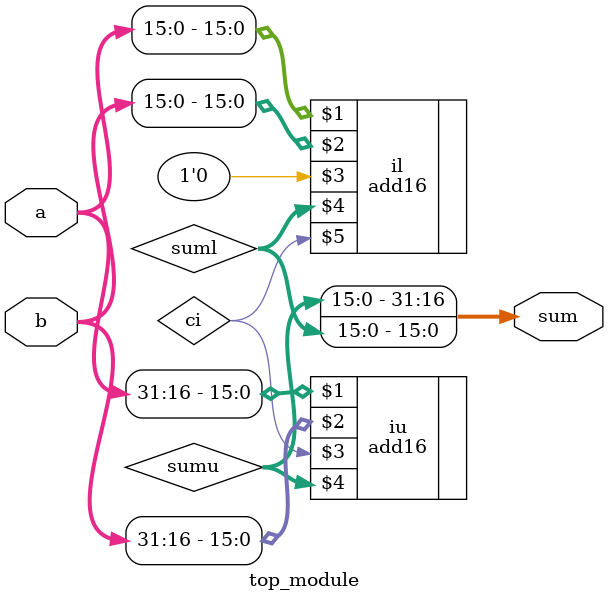
<source format=sv>
module top_module(
    input [31:0] a,
    input [31:0] b,
    output [31:0] sum
);
    wire ci;
    wire [15:0] sumu, suml;
    add16 il(a[15:0], b[15:0], 1'b0, suml, ci);
    add16 iu(a[31:16], b[31:16], ci, sumu);
    assign sum = {sumu, suml};
endmodule
</source>
